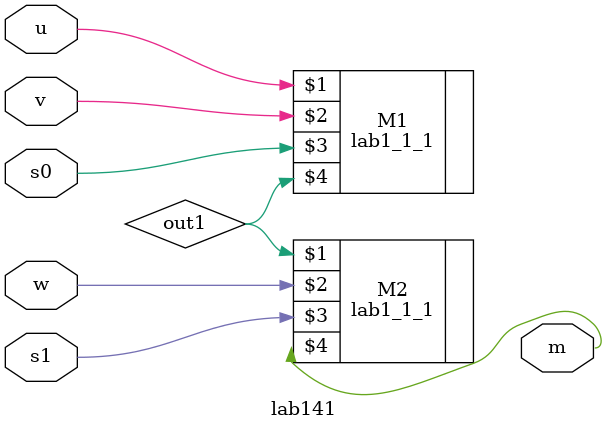
<source format=v>
`timescale 1ns / 1ps


module lab141(
    input u,
    input v,
    input w,
    input s0,
    input s1,
    output m
    );
    wire out1;
    
    lab1_1_1 M1(u,v,s0,out1);
    lab1_1_1 M2 (out1, w, s1, m);
    
endmodule

</source>
